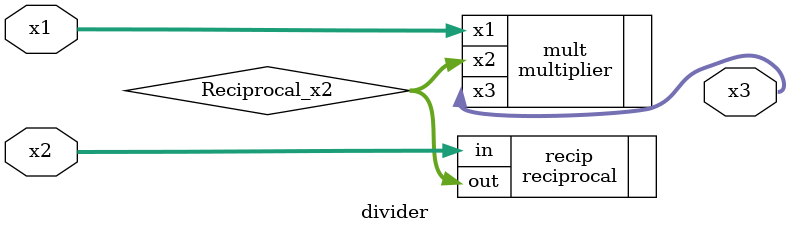
<source format=v>
module divider (x1, x2, x3);
	// Inputs
	input [31:0] x1;
	input [31:0] x2;

	// Outputs
	output [31:0] x3;

	// Wires
	wire [31:0] Reciprocal_x2;

	/* Connect modules to inputs and corresponding output wires */
	reciprocal recip
	(
		.in(x2),
		.out(Reciprocal_x2)
	);

	multiplier mult
	(
		.x1(x1),
		.x2(Reciprocal_x2),
		.x3(x3)
	);
endmodule
</source>
